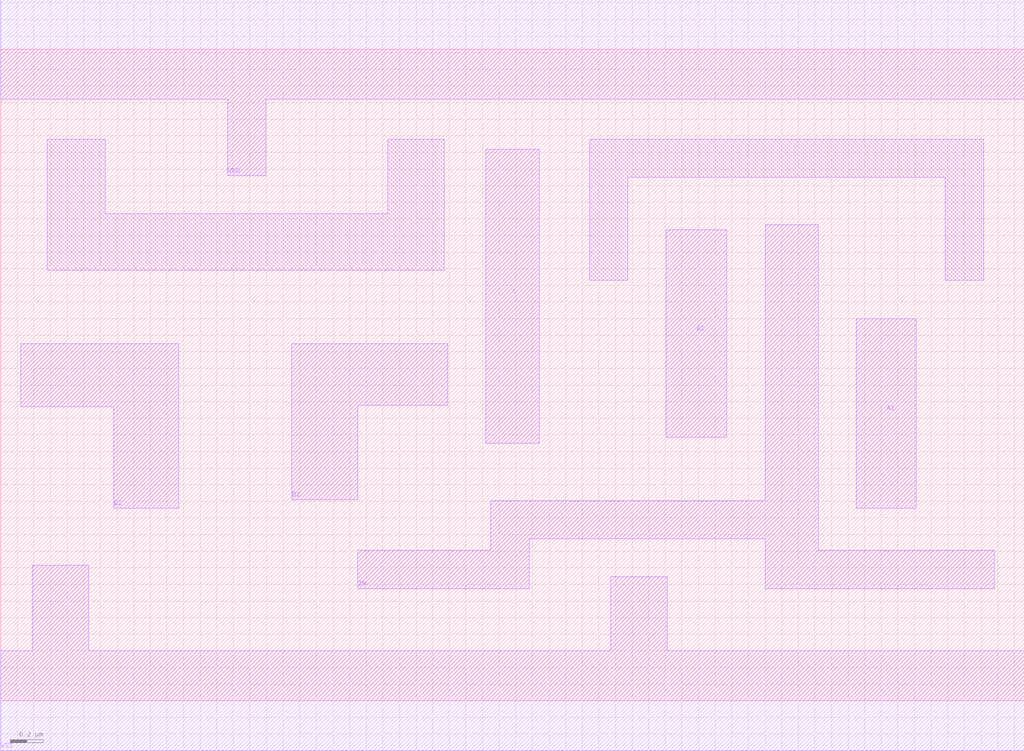
<source format=lef>
# Copyright 2022 GlobalFoundries PDK Authors
#
# Licensed under the Apache License, Version 2.0 (the "License");
# you may not use this file except in compliance with the License.
# You may obtain a copy of the License at
#
#      http://www.apache.org/licenses/LICENSE-2.0
#
# Unless required by applicable law or agreed to in writing, software
# distributed under the License is distributed on an "AS IS" BASIS,
# WITHOUT WARRANTIES OR CONDITIONS OF ANY KIND, either express or implied.
# See the License for the specific language governing permissions and
# limitations under the License.

MACRO gf180mcu_fd_sc_mcu7t5v0__aoi221_1
  CLASS core ;
  FOREIGN gf180mcu_fd_sc_mcu7t5v0__aoi221_1 0.0 0.0 ;
  ORIGIN 0 0 ;
  SYMMETRY X Y ;
  SITE GF018hv5v_mcu_sc7 ;
  SIZE 6.16 BY 3.92 ;
  PIN A1
    DIRECTION INPUT ;
    ANTENNAGATEAREA 1.0335 ;
    PORT
      LAYER METAL1 ;
        POLYGON 5.15 1.16 5.51 1.16 5.51 2.3 5.15 2.3  ;
    END
  END A1
  PIN A2
    DIRECTION INPUT ;
    ANTENNAGATEAREA 1.0335 ;
    PORT
      LAYER METAL1 ;
        POLYGON 4.005 1.585 4.37 1.585 4.37 2.835 4.005 2.835  ;
    END
  END A2
  PIN B1
    DIRECTION INPUT ;
    ANTENNAGATEAREA 1.0335 ;
    PORT
      LAYER METAL1 ;
        POLYGON 1.75 1.21 2.15 1.21 2.15 1.78 2.69 1.78 2.69 2.15 1.75 2.15  ;
    END
  END B1
  PIN B2
    DIRECTION INPUT ;
    ANTENNAGATEAREA 1.0335 ;
    PORT
      LAYER METAL1 ;
        POLYGON 0.12 1.77 0.68 1.77 0.68 1.16 1.07 1.16 1.07 2.15 0.12 2.15  ;
    END
  END B2
  PIN C
    DIRECTION INPUT ;
    ANTENNAGATEAREA 0.8865 ;
    PORT
      LAYER METAL1 ;
        POLYGON 2.92 1.55 3.24 1.55 3.24 3.32 2.92 3.32  ;
    END
  END C
  PIN ZN
    DIRECTION OUTPUT ;
    ANTENNADIFFAREA 1.4892 ;
    PORT
      LAYER METAL1 ;
        POLYGON 2.15 0.675 3.18 0.675 3.18 0.975 4.6 0.975 4.6 0.675 5.98 0.675 5.98 0.905 4.92 0.905 4.92 2.865 4.6 2.865 4.6 1.205 2.95 1.205 2.95 0.905 2.15 0.905  ;
    END
  END ZN
  PIN VDD
    DIRECTION INOUT ;
    USE power ;
    SHAPE ABUTMENT ;
    PORT
      LAYER METAL1 ;
        POLYGON 0 3.62 1.365 3.62 1.365 3.16 1.595 3.16 1.595 3.62 2.67 3.62 5.915 3.62 6.16 3.62 6.16 4.22 5.915 4.22 2.67 4.22 0 4.22  ;
    END
  END VDD
  PIN VSS
    DIRECTION INOUT ;
    USE ground ;
    SHAPE ABUTMENT ;
    PORT
      LAYER METAL1 ;
        POLYGON 0 -0.3 6.16 -0.3 6.16 0.3 4.01 0.3 4.01 0.745 3.67 0.745 3.67 0.3 0.53 0.3 0.53 0.815 0.19 0.815 0.19 0.3 0 0.3  ;
    END
  END VSS
  OBS
      LAYER METAL1 ;
        POLYGON 0.28 2.59 2.67 2.59 2.67 3.38 2.33 3.38 2.33 2.93 0.63 2.93 0.63 3.38 0.28 3.38  ;
        POLYGON 3.545 2.53 3.775 2.53 3.775 3.15 5.685 3.15 5.685 2.53 5.915 2.53 5.915 3.38 3.545 3.38  ;
  END
END gf180mcu_fd_sc_mcu7t5v0__aoi221_1

</source>
